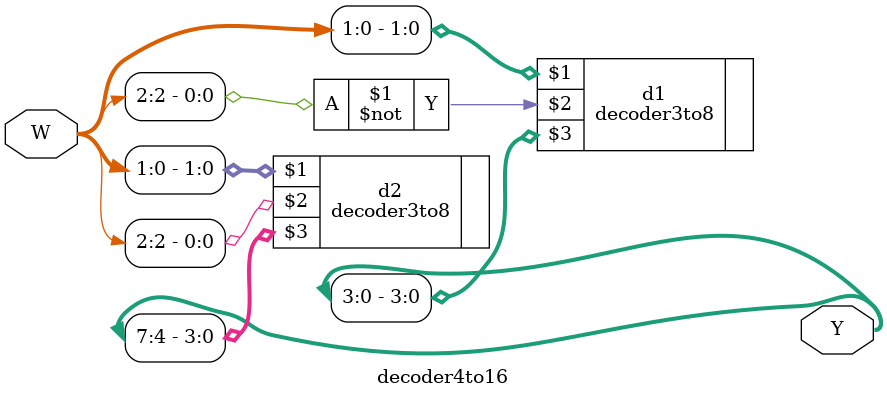
<source format=v>
`include "decoder3to8.v"

module decoder4to16(input [4:0]W, output [16:0]Y);

decoder3to8 d1(W[1:0], ~W[2], Y[3:0]);
decoder3to8 d2(W[1:0], W[2], Y[7:4]);

endmodule

</source>
